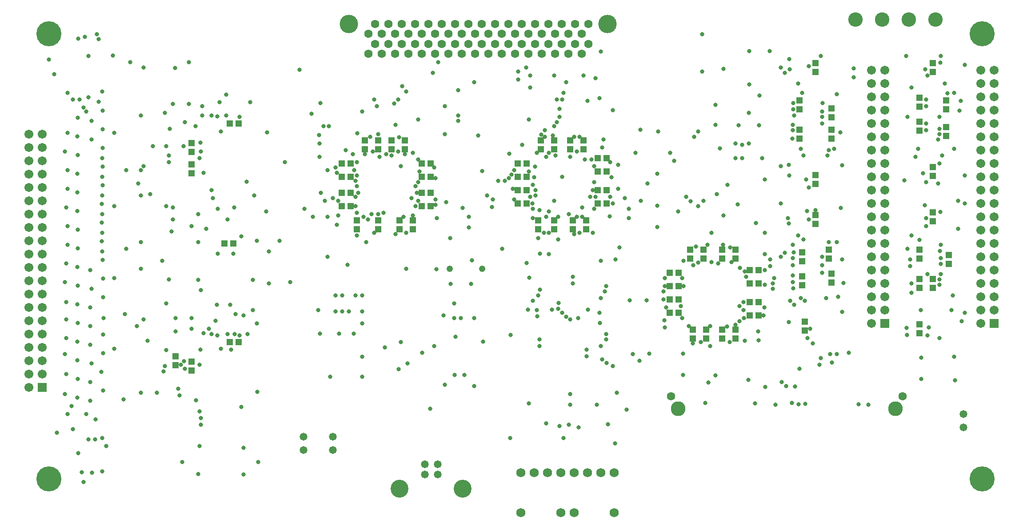
<source format=gbs>
%FSLAX24Y24*%
%MOIN*%
G70*
G01*
G75*
%ADD10C,0.0080*%
%ADD11R,0.0157X0.0846*%
%ADD12R,0.0157X0.0846*%
%ADD13R,0.0945X0.1024*%
%ADD14R,0.0650X0.0085*%
%ADD15R,0.0846X0.0157*%
%ADD16R,0.0394X0.0433*%
%ADD17R,0.0118X0.0610*%
%ADD18R,0.0846X0.0157*%
%ADD19R,0.0610X0.0118*%
%ADD20R,0.0600X0.0150*%
%ADD21O,0.0600X0.0150*%
%ADD22R,0.0236X0.0866*%
%ADD23R,0.0433X0.0394*%
%ADD24R,0.0866X0.0787*%
%ADD25R,0.0787X0.0866*%
%ADD26R,0.0157X0.0630*%
%ADD27R,0.0630X0.0157*%
%ADD28R,0.0709X0.0630*%
%ADD29R,0.0709X0.0709*%
%ADD30R,0.0512X0.0591*%
%ADD31R,0.0591X0.0512*%
%ADD32R,0.0807X0.0236*%
%ADD33R,0.1024X0.0945*%
%ADD34R,0.1000X0.1400*%
%ADD35R,0.0300X0.0600*%
%ADD36R,0.1417X0.0315*%
%ADD37R,0.1240X0.1360*%
%ADD38R,0.0173X0.0787*%
%ADD39R,0.0173X0.0787*%
%ADD40R,0.0984X0.2362*%
%ADD41O,0.0394X0.0170*%
%ADD42R,0.0394X0.0170*%
%ADD43R,0.0394X0.0236*%
%ADD44R,0.0177X0.0807*%
%ADD45R,0.0177X0.0807*%
%ADD46C,0.0100*%
%ADD47C,0.0160*%
%ADD48C,0.0070*%
%ADD49C,0.0110*%
%ADD50C,0.0200*%
%ADD51C,0.0120*%
%ADD52C,0.0300*%
%ADD53C,0.0400*%
%ADD54C,0.0500*%
%ADD55C,0.1260*%
%ADD56C,0.1000*%
%ADD57C,0.1800*%
%ADD58C,0.0600*%
%ADD59R,0.0591X0.0591*%
%ADD60C,0.0591*%
%ADD61C,0.1300*%
%ADD62C,0.0550*%
%ADD63C,0.1024*%
%ADD64C,0.0551*%
%ADD65C,0.0250*%
%ADD66C,0.0079*%
%ADD67C,0.0098*%
%ADD68C,0.0060*%
%ADD69C,0.0098*%
%ADD70C,0.0039*%
%ADD71R,0.0079X0.0197*%
%ADD72R,0.0079X0.0197*%
%ADD73C,0.0020*%
%ADD74R,0.0197X0.0079*%
%ADD75R,0.0197X0.0079*%
%ADD76R,0.0237X0.0926*%
%ADD77R,0.0237X0.0926*%
%ADD78R,0.1025X0.1104*%
%ADD79R,0.0730X0.0165*%
%ADD80R,0.0926X0.0237*%
%ADD81R,0.0474X0.0513*%
%ADD82R,0.0198X0.0690*%
%ADD83R,0.0926X0.0237*%
%ADD84R,0.0690X0.0198*%
%ADD85R,0.0680X0.0230*%
%ADD86O,0.0680X0.0230*%
%ADD87R,0.0316X0.0946*%
%ADD88R,0.0513X0.0474*%
%ADD89R,0.0946X0.0867*%
%ADD90R,0.0867X0.0946*%
%ADD91R,0.0237X0.0710*%
%ADD92R,0.0710X0.0237*%
%ADD93R,0.0789X0.0710*%
%ADD94R,0.0789X0.0789*%
%ADD95R,0.0592X0.0671*%
%ADD96R,0.0671X0.0592*%
%ADD97R,0.0887X0.0316*%
%ADD98R,0.1104X0.1025*%
%ADD99R,0.1080X0.1480*%
%ADD100R,0.0380X0.0680*%
%ADD101R,0.1497X0.0395*%
%ADD102R,0.1320X0.1440*%
%ADD103R,0.0253X0.0867*%
%ADD104R,0.0253X0.0867*%
%ADD105R,0.1064X0.2442*%
%ADD106O,0.0474X0.0250*%
%ADD107R,0.0474X0.0250*%
%ADD108R,0.0474X0.0316*%
%ADD109R,0.0257X0.0887*%
%ADD110R,0.0257X0.0887*%
%ADD111C,0.0480*%
%ADD112C,0.0580*%
%ADD113C,0.1340*%
%ADD114C,0.1080*%
%ADD115C,0.1880*%
%ADD116C,0.0680*%
%ADD117R,0.0671X0.0671*%
%ADD118C,0.0671*%
%ADD119C,0.1380*%
%ADD120C,0.0630*%
%ADD121C,0.1104*%
%ADD122C,0.0631*%
%ADD123C,0.0330*%
D81*
X87800Y50265D02*
D03*
Y50935D02*
D03*
Y59865D02*
D03*
Y60535D02*
D03*
Y48065D02*
D03*
Y48735D02*
D03*
Y61665D02*
D03*
Y62335D02*
D03*
X79000Y48265D02*
D03*
Y48935D02*
D03*
Y50065D02*
D03*
Y50735D02*
D03*
X78800Y59935D02*
D03*
Y59265D02*
D03*
Y61465D02*
D03*
Y62135D02*
D03*
X88800Y48735D02*
D03*
Y48065D02*
D03*
X90000Y49865D02*
D03*
Y50535D02*
D03*
X89800Y61465D02*
D03*
Y62135D02*
D03*
Y59465D02*
D03*
Y60135D02*
D03*
X71800Y44935D02*
D03*
Y44265D02*
D03*
X73000Y50265D02*
D03*
Y50935D02*
D03*
X71600D02*
D03*
Y50265D02*
D03*
X73000Y44265D02*
D03*
Y44935D02*
D03*
X70800D02*
D03*
Y44265D02*
D03*
X74000Y44935D02*
D03*
Y44265D02*
D03*
Y50265D02*
D03*
Y50935D02*
D03*
X70600Y50265D02*
D03*
Y50935D02*
D03*
X33200Y56665D02*
D03*
Y58935D02*
D03*
Y58265D02*
D03*
Y42535D02*
D03*
Y41865D02*
D03*
X60400Y53135D02*
D03*
Y52465D02*
D03*
X61600Y58465D02*
D03*
Y59135D02*
D03*
X60400D02*
D03*
Y58465D02*
D03*
X61800Y52465D02*
D03*
Y53135D02*
D03*
X59200D02*
D03*
Y52465D02*
D03*
X62800Y53135D02*
D03*
Y52465D02*
D03*
X59400Y58465D02*
D03*
Y59135D02*
D03*
X62600Y58465D02*
D03*
Y59135D02*
D03*
X48800Y52465D02*
D03*
Y53135D02*
D03*
X47200Y59135D02*
D03*
Y58465D02*
D03*
X48200D02*
D03*
Y59135D02*
D03*
X47200Y53135D02*
D03*
Y52465D02*
D03*
X45600Y53135D02*
D03*
Y52465D02*
D03*
X49800Y53135D02*
D03*
Y52465D02*
D03*
X46200Y58465D02*
D03*
Y59135D02*
D03*
X49200Y58465D02*
D03*
Y59135D02*
D03*
X32000Y42935D02*
D03*
X80000Y64935D02*
D03*
Y64265D02*
D03*
Y56535D02*
D03*
Y55865D02*
D03*
Y53535D02*
D03*
Y52865D02*
D03*
X79200Y45535D02*
D03*
Y44865D02*
D03*
X87800Y45335D02*
D03*
Y44665D02*
D03*
X88800Y53735D02*
D03*
Y53065D02*
D03*
Y57135D02*
D03*
Y56465D02*
D03*
Y64935D02*
D03*
Y64265D02*
D03*
X81200Y60865D02*
D03*
Y61535D02*
D03*
Y59935D02*
D03*
Y59265D02*
D03*
X81000Y50935D02*
D03*
Y50265D02*
D03*
X81200Y49135D02*
D03*
Y48465D02*
D03*
X32000Y42265D02*
D03*
X33200Y57335D02*
D03*
D88*
X75065Y47000D02*
D03*
X75735D02*
D03*
X69735Y48200D02*
D03*
X69065D02*
D03*
Y47200D02*
D03*
X69735D02*
D03*
X75735Y48400D02*
D03*
X75065D02*
D03*
X69735Y49200D02*
D03*
X69065D02*
D03*
X69735Y46200D02*
D03*
X69065D02*
D03*
X75065Y46000D02*
D03*
X75735D02*
D03*
X75065Y49400D02*
D03*
X75735D02*
D03*
X36065Y60400D02*
D03*
X36735D02*
D03*
X36335Y51400D02*
D03*
X63665Y55400D02*
D03*
X64335D02*
D03*
X58335Y56400D02*
D03*
X57665D02*
D03*
X64335Y56800D02*
D03*
X63665D02*
D03*
X58335Y54400D02*
D03*
X57665D02*
D03*
X58335Y57400D02*
D03*
X57665D02*
D03*
X63665Y57800D02*
D03*
X64335D02*
D03*
X63665Y54400D02*
D03*
X64335D02*
D03*
X51135Y56400D02*
D03*
X50465D02*
D03*
X44465Y55200D02*
D03*
X45135D02*
D03*
Y56400D02*
D03*
X44465D02*
D03*
X50465Y55200D02*
D03*
X51135D02*
D03*
X50465Y54200D02*
D03*
X51135D02*
D03*
X50465Y57400D02*
D03*
X51135D02*
D03*
X45135D02*
D03*
X44465D02*
D03*
X45135Y54200D02*
D03*
X44465D02*
D03*
X36065Y44000D02*
D03*
X36735D02*
D03*
X35665Y51400D02*
D03*
X58335Y55400D02*
D03*
X57665D02*
D03*
D111*
X52560Y49500D02*
D03*
X55000D02*
D03*
D112*
X51674Y34067D02*
D03*
X50689Y34854D02*
D03*
X51674D02*
D03*
X50689Y34067D02*
D03*
X41600Y35900D02*
D03*
Y36900D02*
D03*
X43800Y35900D02*
D03*
Y36900D02*
D03*
X91100Y37600D02*
D03*
Y38600D02*
D03*
D113*
X53552Y33000D02*
D03*
X48811D02*
D03*
D114*
X83000Y68200D02*
D03*
X85000D02*
D03*
X87000D02*
D03*
X89000D02*
D03*
D115*
X22500Y67130D02*
D03*
X92500D02*
D03*
Y33750D02*
D03*
X22500D02*
D03*
D116*
X64900Y34200D02*
D03*
X63900D02*
D03*
X62900D02*
D03*
X61900D02*
D03*
X64900Y31200D02*
D03*
X61900D02*
D03*
X59900Y34200D02*
D03*
X60900D02*
D03*
X58900D02*
D03*
X57900D02*
D03*
X60900Y31200D02*
D03*
X57900D02*
D03*
D117*
X22000Y40600D02*
D03*
X93400Y45400D02*
D03*
X85200D02*
D03*
D118*
X21000Y40600D02*
D03*
X22000Y41600D02*
D03*
X21000D02*
D03*
X22000Y42600D02*
D03*
X21000D02*
D03*
X22000Y43600D02*
D03*
X21000D02*
D03*
X22000Y44600D02*
D03*
X21000D02*
D03*
X22000Y45600D02*
D03*
X21000D02*
D03*
X22000Y46600D02*
D03*
X21000D02*
D03*
X22000Y47600D02*
D03*
X21000D02*
D03*
X22000Y48600D02*
D03*
X21000D02*
D03*
X22000Y49600D02*
D03*
X21000D02*
D03*
X22000Y50600D02*
D03*
X21000D02*
D03*
X22000Y51600D02*
D03*
X21000D02*
D03*
X22000Y52600D02*
D03*
X21000D02*
D03*
X22000Y53600D02*
D03*
X21000D02*
D03*
X22000Y54600D02*
D03*
X21000D02*
D03*
X22000Y55600D02*
D03*
X21000D02*
D03*
X22000Y56600D02*
D03*
X21000D02*
D03*
X22000Y57600D02*
D03*
X21000D02*
D03*
X22000Y58600D02*
D03*
X21000D02*
D03*
X22000Y59600D02*
D03*
X21000D02*
D03*
X92400Y64400D02*
D03*
X93400D02*
D03*
X92400Y63400D02*
D03*
X93400D02*
D03*
X92400Y62400D02*
D03*
X93400D02*
D03*
X92400Y61400D02*
D03*
X93400D02*
D03*
X92400Y60400D02*
D03*
X93400D02*
D03*
X92400Y59400D02*
D03*
X93400D02*
D03*
X92400Y58400D02*
D03*
X93400D02*
D03*
X92400Y57400D02*
D03*
X93400D02*
D03*
X92400Y56400D02*
D03*
X93400D02*
D03*
X92400Y55400D02*
D03*
X93400D02*
D03*
X92400Y54400D02*
D03*
X93400D02*
D03*
X92400Y53400D02*
D03*
X93400D02*
D03*
X92400Y52400D02*
D03*
X93400D02*
D03*
X92400Y51400D02*
D03*
X93400D02*
D03*
X92400Y50400D02*
D03*
X93400D02*
D03*
X92400Y49400D02*
D03*
X93400D02*
D03*
X92400Y48400D02*
D03*
X93400D02*
D03*
X92400Y47400D02*
D03*
X93400D02*
D03*
X92400Y46400D02*
D03*
X93400D02*
D03*
X92400Y45400D02*
D03*
X84200Y64400D02*
D03*
X85200D02*
D03*
X84200Y63400D02*
D03*
X85200D02*
D03*
X84200Y62400D02*
D03*
X85200D02*
D03*
X84200Y61400D02*
D03*
X85200D02*
D03*
X84200Y60400D02*
D03*
X85200D02*
D03*
X84200Y59400D02*
D03*
X85200D02*
D03*
X84200Y58400D02*
D03*
X85200D02*
D03*
X84200Y57400D02*
D03*
X85200D02*
D03*
X84200Y56400D02*
D03*
X85200D02*
D03*
X84200Y55400D02*
D03*
X85200D02*
D03*
X84200Y54400D02*
D03*
X85200D02*
D03*
X84200Y53400D02*
D03*
X85200D02*
D03*
X84200Y52400D02*
D03*
X85200D02*
D03*
X84200Y51400D02*
D03*
X85200D02*
D03*
X84200Y50400D02*
D03*
X85200D02*
D03*
X84200Y49400D02*
D03*
X85200D02*
D03*
X84200Y48400D02*
D03*
X85200D02*
D03*
X84200Y47400D02*
D03*
X85200D02*
D03*
X84200Y46400D02*
D03*
X85200D02*
D03*
X84200Y45400D02*
D03*
D119*
X45000Y67880D02*
D03*
X64420D02*
D03*
D120*
X62960D02*
D03*
X62460Y67130D02*
D03*
X61960Y67880D02*
D03*
X61460Y67130D02*
D03*
X60460D02*
D03*
X59960Y67880D02*
D03*
X59460Y67130D02*
D03*
X58960Y67880D02*
D03*
X58460Y67130D02*
D03*
X57960Y67880D02*
D03*
X57460Y67130D02*
D03*
X56960Y67880D02*
D03*
X56460Y67130D02*
D03*
X55960Y67880D02*
D03*
X55460Y67130D02*
D03*
X54960Y67880D02*
D03*
X54460Y67130D02*
D03*
X53960Y67880D02*
D03*
X52460Y67130D02*
D03*
X51960Y67880D02*
D03*
X50460Y67130D02*
D03*
X49960Y67880D02*
D03*
X48460Y67130D02*
D03*
X46960Y67880D02*
D03*
X46460Y67130D02*
D03*
X62460Y65630D02*
D03*
X61960Y66380D02*
D03*
X61460Y65630D02*
D03*
X60960Y66380D02*
D03*
X60460Y65630D02*
D03*
X59960Y66380D02*
D03*
X59460Y65630D02*
D03*
X58960Y66380D02*
D03*
X58460Y65630D02*
D03*
X57960Y66380D02*
D03*
X57460Y65630D02*
D03*
X56960Y66380D02*
D03*
X56460Y65630D02*
D03*
X55960Y66380D02*
D03*
X55460Y65630D02*
D03*
X54960Y66380D02*
D03*
X54460Y65630D02*
D03*
X53960Y66380D02*
D03*
X53460Y65630D02*
D03*
X52960Y66380D02*
D03*
X52460Y65630D02*
D03*
X51960Y66380D02*
D03*
X51460Y65630D02*
D03*
X50960Y66380D02*
D03*
X50460Y65630D02*
D03*
X49960Y66380D02*
D03*
X49460Y65630D02*
D03*
X48960Y66380D02*
D03*
X48460Y65630D02*
D03*
X47960Y66380D02*
D03*
X47460Y65630D02*
D03*
X46960Y66380D02*
D03*
X46460Y65630D02*
D03*
X48960Y67880D02*
D03*
X49460Y67130D02*
D03*
X50960Y67880D02*
D03*
X51460Y67130D02*
D03*
X52960Y67880D02*
D03*
X53460Y67130D02*
D03*
X60960Y67880D02*
D03*
X47460Y67130D02*
D03*
X47960Y67880D02*
D03*
X62960Y66380D02*
D03*
D121*
X69713Y39000D02*
D03*
X86000D02*
D03*
D122*
X86531Y39945D02*
D03*
X69181D02*
D03*
D123*
X31981Y64581D02*
D03*
X33000Y65000D02*
D03*
X37090Y34090D02*
D03*
X38200Y35000D02*
D03*
X37090Y36090D02*
D03*
X54169Y48369D02*
D03*
X52632D02*
D03*
X52100Y46000D02*
D03*
X52900Y46900D02*
D03*
X53400Y45800D02*
D03*
X54400D02*
D03*
X74232Y60269D02*
D03*
X75000Y61200D02*
D03*
X75768Y60269D02*
D03*
X76000Y57800D02*
D03*
X75000Y58900D02*
D03*
X74500Y58800D02*
D03*
Y57800D02*
D03*
X74000Y58900D02*
D03*
Y57800D02*
D03*
X46000Y47500D02*
D03*
Y46300D02*
D03*
X45500Y47500D02*
D03*
X44500D02*
D03*
Y46300D02*
D03*
X44000Y47500D02*
D03*
Y46300D02*
D03*
X48724Y41976D02*
D03*
X42300Y53400D02*
D03*
X34700Y44600D02*
D03*
X34500Y45000D02*
D03*
X34120Y44680D02*
D03*
X31300Y43400D02*
D03*
X33535Y39635D02*
D03*
X33865Y43435D02*
D03*
X35400Y59800D02*
D03*
X35144Y60944D02*
D03*
X50000Y55700D02*
D03*
X49800Y58200D02*
D03*
X48700Y62200D02*
D03*
X49700Y54800D02*
D03*
X69700Y53800D02*
D03*
X60400Y54600D02*
D03*
X61000Y56400D02*
D03*
X62700Y57700D02*
D03*
X63200D02*
D03*
X81600Y51500D02*
D03*
X87200Y47700D02*
D03*
Y48400D02*
D03*
X87100Y49700D02*
D03*
X88400Y49100D02*
D03*
X86900Y51000D02*
D03*
X87100Y50200D02*
D03*
X87807Y51693D02*
D03*
X87511Y57911D02*
D03*
X87707Y58507D02*
D03*
X88300Y59900D02*
D03*
Y60400D02*
D03*
X86900Y60900D02*
D03*
X88300Y62200D02*
D03*
Y61700D02*
D03*
X51565Y49465D02*
D03*
X47714Y43614D02*
D03*
X48500Y52100D02*
D03*
X49300Y49500D02*
D03*
X59800Y37900D02*
D03*
X82500Y43200D02*
D03*
X90984Y45584D02*
D03*
X86828Y45072D02*
D03*
X88072Y56672D02*
D03*
X91200Y56500D02*
D03*
Y54400D02*
D03*
X90700Y54600D02*
D03*
X91200Y46200D02*
D03*
Y64800D02*
D03*
X77700Y50700D02*
D03*
X77400Y50400D02*
D03*
X79800Y43900D02*
D03*
X77400Y57200D02*
D03*
X78000Y57300D02*
D03*
X78028Y56528D02*
D03*
X77400Y54400D02*
D03*
X77928Y53328D02*
D03*
X78000Y52900D02*
D03*
Y45500D02*
D03*
X77700Y64200D02*
D03*
X79500Y64700D02*
D03*
X79100Y58000D02*
D03*
Y51700D02*
D03*
X79200Y47100D02*
D03*
X77400Y64600D02*
D03*
X87200Y52000D02*
D03*
Y63100D02*
D03*
X86860Y44560D02*
D03*
X86660Y56160D02*
D03*
X88300Y53300D02*
D03*
X89296Y44304D02*
D03*
X89200Y55900D02*
D03*
X88228Y64472D02*
D03*
X78306Y49794D02*
D03*
X78339Y48061D02*
D03*
X78300Y48500D02*
D03*
X78306Y49006D02*
D03*
X78300Y51300D02*
D03*
Y50300D02*
D03*
X78361Y50739D02*
D03*
X78907Y58507D02*
D03*
X78265Y59265D02*
D03*
X78300Y59900D02*
D03*
Y60300D02*
D03*
X78335Y61465D02*
D03*
X78400Y61000D02*
D03*
X78339Y61939D02*
D03*
X89411Y51311D02*
D03*
X89339Y50839D02*
D03*
X89400Y50300D02*
D03*
X89406Y49894D02*
D03*
Y49106D02*
D03*
X89300Y48700D02*
D03*
Y48300D02*
D03*
X90300Y47500D02*
D03*
X90800Y61390D02*
D03*
X89200Y59200D02*
D03*
X90400Y58500D02*
D03*
Y62700D02*
D03*
X90900Y62100D02*
D03*
X89893Y62693D02*
D03*
X89300Y60900D02*
D03*
Y59600D02*
D03*
Y60000D02*
D03*
X54000Y53400D02*
D03*
X53535Y54065D02*
D03*
X52300Y54500D02*
D03*
X50200Y60700D02*
D03*
X53200Y61000D02*
D03*
X66065Y47135D02*
D03*
X67335D02*
D03*
X48500Y60300D02*
D03*
X68603Y47797D02*
D03*
X70000Y45800D02*
D03*
X68800Y46600D02*
D03*
X68600Y47200D02*
D03*
X69900Y46700D02*
D03*
X68700Y48200D02*
D03*
X70100D02*
D03*
X68700Y48800D02*
D03*
X70000D02*
D03*
X71022Y51178D02*
D03*
X70100Y50100D02*
D03*
X71219Y49981D02*
D03*
X71900Y51300D02*
D03*
X72700Y49900D02*
D03*
X73058Y51300D02*
D03*
X73600Y51100D02*
D03*
X73700Y50000D02*
D03*
X71731Y39431D02*
D03*
X76231Y40631D02*
D03*
X77000Y39300D02*
D03*
X77800Y40700D02*
D03*
X78231Y39431D02*
D03*
X78481Y40681D02*
D03*
X78731Y39331D02*
D03*
X79231Y39369D02*
D03*
X83231Y39331D02*
D03*
X83981Y39319D02*
D03*
X76200Y50600D02*
D03*
X76600Y50200D02*
D03*
X81600Y43100D02*
D03*
X76600Y49700D02*
D03*
X81100Y43100D02*
D03*
X76900Y48800D02*
D03*
X81231Y42469D02*
D03*
X76800Y48400D02*
D03*
X80400Y42800D02*
D03*
X80300Y42300D02*
D03*
X76800Y48000D02*
D03*
X74300Y46700D02*
D03*
X78800Y42000D02*
D03*
X74600Y46400D02*
D03*
X77481Y41019D02*
D03*
X74628Y45828D02*
D03*
X74300Y45563D02*
D03*
X75731Y44131D02*
D03*
X76200Y49400D02*
D03*
X74800Y48900D02*
D03*
X76200Y48300D02*
D03*
X74600Y47000D02*
D03*
X76184Y46616D02*
D03*
X76100Y46000D02*
D03*
X74700Y44100D02*
D03*
X73581Y44019D02*
D03*
X72100Y43700D02*
D03*
X74000Y45300D02*
D03*
X73384Y45184D02*
D03*
X72100Y45200D02*
D03*
X71400Y44000D02*
D03*
X70800Y43900D02*
D03*
X70500Y45200D02*
D03*
X62200Y45800D02*
D03*
X66000Y54000D02*
D03*
X65700Y54800D02*
D03*
X65200Y55500D02*
D03*
X66900Y54600D02*
D03*
X64300Y44200D02*
D03*
Y44600D02*
D03*
X64200Y47800D02*
D03*
X58551Y48849D02*
D03*
X58351Y49951D02*
D03*
X63900Y47300D02*
D03*
X58800Y47100D02*
D03*
X58449Y46449D02*
D03*
X57149Y44551D02*
D03*
X63400Y56000D02*
D03*
X59200Y47500D02*
D03*
X59350Y47950D02*
D03*
X59300Y44200D02*
D03*
Y43700D02*
D03*
X61800Y48900D02*
D03*
X60750Y46950D02*
D03*
X59100Y46400D02*
D03*
X59150Y45950D02*
D03*
X62950Y46450D02*
D03*
X63800Y46200D02*
D03*
X63850Y45450D02*
D03*
X63900Y43700D02*
D03*
X62850Y43450D02*
D03*
Y42950D02*
D03*
X64800Y42200D02*
D03*
X64350Y42450D02*
D03*
X63500Y54900D02*
D03*
X64000Y42700D02*
D03*
X66000Y53300D02*
D03*
X61600Y45700D02*
D03*
X63100Y54900D02*
D03*
X61300Y45900D02*
D03*
X65000Y50200D02*
D03*
X61000Y46200D02*
D03*
X65300Y51100D02*
D03*
X60700Y46500D02*
D03*
X61800Y48400D02*
D03*
X61500Y53600D02*
D03*
X34700Y55400D02*
D03*
X26500Y50800D02*
D03*
X35809Y62591D02*
D03*
X34700Y61000D02*
D03*
X37600Y62000D02*
D03*
X35300D02*
D03*
X35800Y61000D02*
D03*
X32600Y58700D02*
D03*
X32700Y42000D02*
D03*
X33800Y42300D02*
D03*
X32632Y42568D02*
D03*
X36952Y51948D02*
D03*
X38800Y53800D02*
D03*
X37900Y55000D02*
D03*
X35160Y50640D02*
D03*
X39800Y51600D02*
D03*
X39000Y48400D02*
D03*
Y50800D02*
D03*
X38100Y51600D02*
D03*
X60000Y53800D02*
D03*
X59800Y53400D02*
D03*
X59300Y53900D02*
D03*
X58800Y54000D02*
D03*
X55387Y55013D02*
D03*
X57213Y56587D02*
D03*
X58891Y56391D02*
D03*
X60500Y58013D02*
D03*
X60300Y59500D02*
D03*
X60800Y61500D02*
D03*
X61100Y62700D02*
D03*
X61600Y57900D02*
D03*
X57400Y56900D02*
D03*
X58500Y56800D02*
D03*
X58600Y54900D02*
D03*
X58778Y54422D02*
D03*
X57400Y54700D02*
D03*
X58800Y53300D02*
D03*
X59622Y52222D02*
D03*
X60000Y52200D02*
D03*
X60700Y53400D02*
D03*
X61900Y52100D02*
D03*
X62100Y53400D02*
D03*
X62500D02*
D03*
X63300Y52200D02*
D03*
X62300D02*
D03*
X64562Y53438D02*
D03*
X63300Y55400D02*
D03*
X63400Y54000D02*
D03*
X64800Y54400D02*
D03*
X64600Y54900D02*
D03*
X64691Y56391D02*
D03*
X63400Y57200D02*
D03*
X64600Y57500D02*
D03*
X62300Y59400D02*
D03*
X62100Y58300D02*
D03*
X61900Y59400D02*
D03*
X60000Y58200D02*
D03*
X59100D02*
D03*
X59700Y59400D02*
D03*
X47300Y57900D02*
D03*
X47800Y58100D02*
D03*
X45600Y56500D02*
D03*
X45400Y56900D02*
D03*
X44000Y57100D02*
D03*
X50000Y54200D02*
D03*
X51500Y54700D02*
D03*
X50200Y56000D02*
D03*
X51500Y56300D02*
D03*
X49800Y53500D02*
D03*
X49300Y52200D02*
D03*
X49100Y53400D02*
D03*
X47200Y53600D02*
D03*
X46900Y52200D02*
D03*
X45600Y52000D02*
D03*
X44200Y53500D02*
D03*
X45500Y54200D02*
D03*
X44219Y54619D02*
D03*
X45500Y54900D02*
D03*
Y56100D02*
D03*
X44100Y56700D02*
D03*
X45600Y57500D02*
D03*
X51500Y54300D02*
D03*
X50200Y54600D02*
D03*
X50100Y55200D02*
D03*
X50300Y56800D02*
D03*
X50200Y57700D02*
D03*
X51400Y57100D02*
D03*
X48700Y58300D02*
D03*
X48784Y59384D02*
D03*
X49200Y58100D02*
D03*
X48200Y58000D02*
D03*
X46800Y58300D02*
D03*
X47200Y59600D02*
D03*
X46200Y58100D02*
D03*
X46600Y59400D02*
D03*
X23900Y51300D02*
D03*
X26500Y57800D02*
D03*
Y52200D02*
D03*
Y53600D02*
D03*
Y55000D02*
D03*
Y56400D02*
D03*
X26240Y62040D02*
D03*
X23900Y52700D02*
D03*
X25300Y61300D02*
D03*
X23800Y54100D02*
D03*
X25100Y61600D02*
D03*
X23900Y55500D02*
D03*
X25472Y62372D02*
D03*
X23900Y56900D02*
D03*
X24800Y62200D02*
D03*
X23700Y58300D02*
D03*
X24300Y62200D02*
D03*
X23900Y59700D02*
D03*
Y62700D02*
D03*
X25200Y66900D02*
D03*
X24704Y35696D02*
D03*
X26800Y36200D02*
D03*
X23812Y49912D02*
D03*
X23700Y48500D02*
D03*
X26000Y38200D02*
D03*
X26496Y36804D02*
D03*
X23800Y47000D02*
D03*
Y45700D02*
D03*
X25984Y36716D02*
D03*
X23800Y44300D02*
D03*
X25300Y38600D02*
D03*
X23700Y43100D02*
D03*
X25472Y36728D02*
D03*
X23800Y41600D02*
D03*
X24200Y39200D02*
D03*
X23712Y40112D02*
D03*
X23900Y38600D02*
D03*
X36800Y60900D02*
D03*
X37335Y56035D02*
D03*
X34100Y56700D02*
D03*
X33900Y58300D02*
D03*
X33868Y58968D02*
D03*
X28100Y39700D02*
D03*
X32220Y40520D02*
D03*
X32300Y40000D02*
D03*
X28200Y46100D02*
D03*
X30600Y40200D02*
D03*
X31500Y48700D02*
D03*
X25600Y39600D02*
D03*
X33900Y37800D02*
D03*
X25600Y41000D02*
D03*
X33900Y38300D02*
D03*
X25700Y42400D02*
D03*
X33800Y38800D02*
D03*
X25600Y43800D02*
D03*
Y45200D02*
D03*
Y46600D02*
D03*
X25700Y48000D02*
D03*
X25600Y49400D02*
D03*
X27400Y43500D02*
D03*
X29100Y45200D02*
D03*
X27400Y48800D02*
D03*
X31000Y50100D02*
D03*
X33900Y47900D02*
D03*
X28300Y51000D02*
D03*
Y56900D02*
D03*
X31700Y52300D02*
D03*
X30300Y58700D02*
D03*
X33709Y48691D02*
D03*
X31300Y54200D02*
D03*
X33200Y52700D02*
D03*
X31800Y53200D02*
D03*
X27400Y54200D02*
D03*
X34300Y52500D02*
D03*
X31576Y60024D02*
D03*
X33700Y53600D02*
D03*
X27400Y59700D02*
D03*
X24656Y60856D02*
D03*
X24644Y59456D02*
D03*
X24656Y58056D02*
D03*
X24644Y56656D02*
D03*
Y55256D02*
D03*
Y53856D02*
D03*
X24656Y52456D02*
D03*
Y51056D02*
D03*
X24644Y49656D02*
D03*
X24656Y48256D02*
D03*
X24644Y46856D02*
D03*
X24656Y45456D02*
D03*
X24644Y44056D02*
D03*
Y42656D02*
D03*
X24656Y41256D02*
D03*
X24644Y39856D02*
D03*
X25700Y60600D02*
D03*
X31300Y58700D02*
D03*
X31500Y58000D02*
D03*
X25700Y59200D02*
D03*
X31500Y57500D02*
D03*
X29420Y56920D02*
D03*
X29200Y55900D02*
D03*
X30100Y55100D02*
D03*
X31800Y54100D02*
D03*
X46422Y53222D02*
D03*
X37809Y48691D02*
D03*
X44100Y52800D02*
D03*
X46300Y51500D02*
D03*
X46100Y53400D02*
D03*
X45600Y53700D02*
D03*
Y55700D02*
D03*
X43800Y54800D02*
D03*
X45700Y55200D02*
D03*
X38865Y59735D02*
D03*
X40200Y57500D02*
D03*
X26100Y67100D02*
D03*
X25472Y65472D02*
D03*
X26496Y62804D02*
D03*
X35100Y46800D02*
D03*
X37800Y46400D02*
D03*
X36100Y46800D02*
D03*
X31300Y46900D02*
D03*
X35000Y45600D02*
D03*
X36500Y46100D02*
D03*
X35912Y44600D02*
D03*
X36424D02*
D03*
X35144Y44500D02*
D03*
X38100Y45400D02*
D03*
X37100Y46000D02*
D03*
X37391Y44609D02*
D03*
X36800Y44500D02*
D03*
X36168Y43432D02*
D03*
X35400Y43500D02*
D03*
X31100Y41800D02*
D03*
X31200Y42223D02*
D03*
X33200Y45800D02*
D03*
X32000D02*
D03*
X25728Y34228D02*
D03*
X24311Y37489D02*
D03*
X29400Y61000D02*
D03*
Y55000D02*
D03*
Y49500D02*
D03*
X29900Y44100D02*
D03*
X36935Y39135D02*
D03*
X38135Y40265D02*
D03*
X42700Y46400D02*
D03*
X43200Y54600D02*
D03*
X42909Y55209D02*
D03*
X40600Y48500D02*
D03*
X35174Y54026D02*
D03*
X34800Y54800D02*
D03*
X41672Y54028D02*
D03*
X27300Y65500D02*
D03*
X23100Y37200D02*
D03*
X22900Y64100D02*
D03*
X43400Y50400D02*
D03*
Y53400D02*
D03*
X22500Y65200D02*
D03*
X25100Y33500D02*
D03*
X72200Y50000D02*
D03*
Y52200D02*
D03*
X71613Y54613D02*
D03*
X71200Y54200D02*
D03*
Y59800D02*
D03*
X70825Y49775D02*
D03*
X70900Y59400D02*
D03*
X70628Y54572D02*
D03*
X57100Y36800D02*
D03*
X61100D02*
D03*
X62226Y37626D02*
D03*
X64974Y36426D02*
D03*
X64453Y37847D02*
D03*
X61600Y39300D02*
D03*
Y40100D02*
D03*
X65100Y40200D02*
D03*
X65835Y38935D02*
D03*
X60800Y37700D02*
D03*
X61500Y37800D02*
D03*
X63600Y39300D02*
D03*
X47600Y53700D02*
D03*
X58500Y39400D02*
D03*
X46700Y53600D02*
D03*
X64000Y58600D02*
D03*
X74700Y49300D02*
D03*
X74331Y49569D02*
D03*
X74165Y54335D02*
D03*
X73100Y64500D02*
D03*
X69100Y58200D02*
D03*
X68700Y45100D02*
D03*
X68668Y45631D02*
D03*
X69400Y57600D02*
D03*
X68200Y59800D02*
D03*
X63500Y63800D02*
D03*
X73100Y53500D02*
D03*
X57700Y64300D02*
D03*
X63900Y65800D02*
D03*
X59800Y57900D02*
D03*
X59425Y59575D02*
D03*
X59700Y59900D02*
D03*
X60400Y60200D02*
D03*
X60600Y60500D02*
D03*
X61000Y62200D02*
D03*
X60800Y60900D02*
D03*
X60600Y62200D02*
D03*
X58500Y60700D02*
D03*
X58978Y57178D02*
D03*
X57035Y58135D02*
D03*
X55000Y56850D02*
D03*
X64800Y61400D02*
D03*
X62900Y62100D02*
D03*
X55800Y54700D02*
D03*
X55735Y54135D02*
D03*
X59200Y51800D02*
D03*
X60000Y50600D02*
D03*
X60700Y51700D02*
D03*
X56500Y51000D02*
D03*
X59335Y50635D02*
D03*
X66865Y59935D02*
D03*
X62600Y64000D02*
D03*
X64100Y59200D02*
D03*
X57700Y63700D02*
D03*
X51600Y53300D02*
D03*
X49300Y62800D02*
D03*
X52200Y59600D02*
D03*
X53200Y62900D02*
D03*
X46000Y61300D02*
D03*
X47100Y61700D02*
D03*
X43500Y60200D02*
D03*
X43100D02*
D03*
X44778Y58422D02*
D03*
X42800Y58900D02*
D03*
X45300Y58100D02*
D03*
X42800Y57900D02*
D03*
X43400Y56900D02*
D03*
X42765Y59535D02*
D03*
X45635Y59665D02*
D03*
X46900Y62200D02*
D03*
X49000Y63200D02*
D03*
X54400Y63500D02*
D03*
X52600Y51800D02*
D03*
X54000Y52600D02*
D03*
X58000Y58800D02*
D03*
X61300Y63500D02*
D03*
X54235Y50135D02*
D03*
X54700Y59500D02*
D03*
X53200Y60600D02*
D03*
X58600Y64000D02*
D03*
X60400D02*
D03*
X58300Y64600D02*
D03*
X63800Y62300D02*
D03*
X65200Y57300D02*
D03*
X48900Y57200D02*
D03*
X48400Y61900D02*
D03*
X71500Y67100D02*
D03*
Y64300D02*
D03*
X66500Y58200D02*
D03*
X71981Y40981D02*
D03*
X72500Y41500D02*
D03*
X74981Y41181D02*
D03*
X75700Y44800D02*
D03*
X75481Y39419D02*
D03*
X80396Y65496D02*
D03*
X78700Y63400D02*
D03*
X78072Y64472D02*
D03*
X78040Y65240D02*
D03*
X81996Y57296D02*
D03*
X79300Y56200D02*
D03*
X79500Y55600D02*
D03*
X81896Y54096D02*
D03*
X80000Y53900D02*
D03*
X79360Y53840D02*
D03*
X79500Y53200D02*
D03*
X78711Y52011D02*
D03*
X81996Y46296D02*
D03*
X79400Y44300D02*
D03*
X79600Y45000D02*
D03*
X80500Y61300D02*
D03*
X81600Y62600D02*
D03*
X80539Y61939D02*
D03*
X80500Y60900D02*
D03*
Y60400D02*
D03*
X81866Y59734D02*
D03*
X81400Y58500D02*
D03*
X82000Y50200D02*
D03*
X81000Y51500D02*
D03*
X80500Y50400D02*
D03*
X81700Y47400D02*
D03*
X80500Y49200D02*
D03*
X80494Y49794D02*
D03*
X80800Y47300D02*
D03*
X82100Y48450D02*
D03*
X81000Y58400D02*
D03*
X80900Y58000D02*
D03*
X89384Y64984D02*
D03*
X86804Y65496D02*
D03*
X88400Y64000D02*
D03*
X89700Y63400D02*
D03*
X89404Y65496D02*
D03*
X88300Y56000D02*
D03*
X89300Y57400D02*
D03*
X89500Y58000D02*
D03*
X89384Y53784D02*
D03*
X90696Y52504D02*
D03*
X88300Y52700D02*
D03*
X88196Y54296D02*
D03*
X88400Y44500D02*
D03*
X88500Y45100D02*
D03*
X90200Y46400D02*
D03*
X87900D02*
D03*
X44260Y44660D02*
D03*
X42840D02*
D03*
X43600Y41400D02*
D03*
X46000D02*
D03*
Y42900D02*
D03*
X45360Y44660D02*
D03*
X46000Y45400D02*
D03*
X55060Y44060D02*
D03*
X54400Y40700D02*
D03*
X53660Y41540D02*
D03*
X52940D02*
D03*
X52200Y40800D02*
D03*
X53000Y44400D02*
D03*
X51400Y43700D02*
D03*
X70060Y43140D02*
D03*
Y41540D02*
D03*
X67540Y43140D02*
D03*
X66800Y42600D02*
D03*
X76200Y56200D02*
D03*
Y52200D02*
D03*
X75540Y52940D02*
D03*
X72600Y55100D02*
D03*
X73400Y55800D02*
D03*
X70300Y54900D02*
D03*
X68149Y56649D02*
D03*
Y52649D02*
D03*
Y54249D02*
D03*
X67409Y55909D02*
D03*
X72840Y58540D02*
D03*
X72500Y60300D02*
D03*
Y61800D02*
D03*
X75040Y65860D02*
D03*
Y63340D02*
D03*
X75800Y62500D02*
D03*
X76560Y65860D02*
D03*
X32991Y61891D02*
D03*
X32700Y60500D02*
D03*
X33500Y60200D02*
D03*
X34000Y61000D02*
D03*
Y61700D02*
D03*
X29400Y40200D02*
D03*
Y51500D02*
D03*
X29600Y45700D02*
D03*
X31991Y44809D02*
D03*
X29600Y57200D02*
D03*
X28600Y65000D02*
D03*
X29619Y64619D02*
D03*
X31200Y61200D02*
D03*
X31809Y61891D02*
D03*
X32500Y35000D02*
D03*
X32400Y42300D02*
D03*
X33200Y45000D02*
D03*
X33710Y34110D02*
D03*
X33800Y36200D02*
D03*
Y57800D02*
D03*
X59000Y55000D02*
D03*
X58994Y55406D02*
D03*
X57000Y56300D02*
D03*
X56700Y56100D02*
D03*
X57300Y55500D02*
D03*
X52200Y61700D02*
D03*
X56200Y56100D02*
D03*
X58800Y55800D02*
D03*
X51300Y64200D02*
D03*
X51700Y65000D02*
D03*
X26532Y61368D02*
D03*
Y59968D02*
D03*
Y58568D02*
D03*
Y57168D02*
D03*
Y55768D02*
D03*
X26468Y54368D02*
D03*
Y52968D02*
D03*
Y51568D02*
D03*
X26532Y50168D02*
D03*
X26568Y48768D02*
D03*
Y47368D02*
D03*
X26600Y45800D02*
D03*
X26568Y44568D02*
D03*
Y43168D02*
D03*
X26432Y41768D02*
D03*
X26568Y40368D02*
D03*
X62500Y54100D02*
D03*
X63900Y50100D02*
D03*
X66300Y43100D02*
D03*
X58600Y63100D02*
D03*
X51100Y39000D02*
D03*
X49400Y42400D02*
D03*
X48900Y44000D02*
D03*
X50500Y43200D02*
D03*
X36335Y50635D02*
D03*
X33700Y51500D02*
D03*
X35902Y53202D02*
D03*
X36400Y54100D02*
D03*
X52900Y45800D02*
D03*
X60250Y46450D02*
D03*
X64300Y48200D02*
D03*
X78100Y47100D02*
D03*
X78400Y46800D02*
D03*
X45000Y46300D02*
D03*
X44900Y49820D02*
D03*
X78900Y47300D02*
D03*
X79000Y62700D02*
D03*
X42880Y61940D02*
D03*
X41320Y64460D02*
D03*
X42200Y61140D02*
D03*
X90400Y42900D02*
D03*
X87940Y42840D02*
D03*
X90460Y41160D02*
D03*
X87940Y41260D02*
D03*
X82865Y64535D02*
D03*
Y63865D02*
D03*
X26240Y66740D02*
D03*
X24704Y66796D02*
D03*
X26496Y34304D02*
D03*
X24960Y34240D02*
D03*
M02*

</source>
